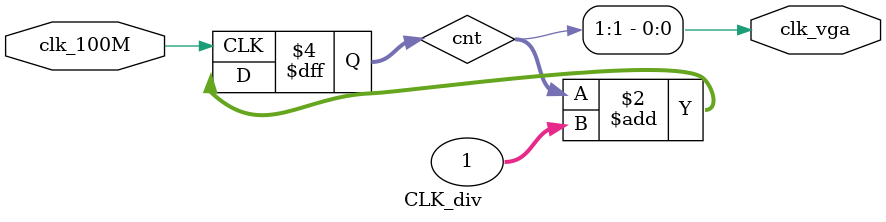
<source format=v>
`timescale 1ns / 1ps


module CLK_div(
    input clk_100M,
    output clk_vga
    );
    reg [31:0] cnt=0;
        
    assign clk_vga = cnt[1];
    
    always @(posedge clk_100M) cnt <= cnt + 1;
endmodule

</source>
